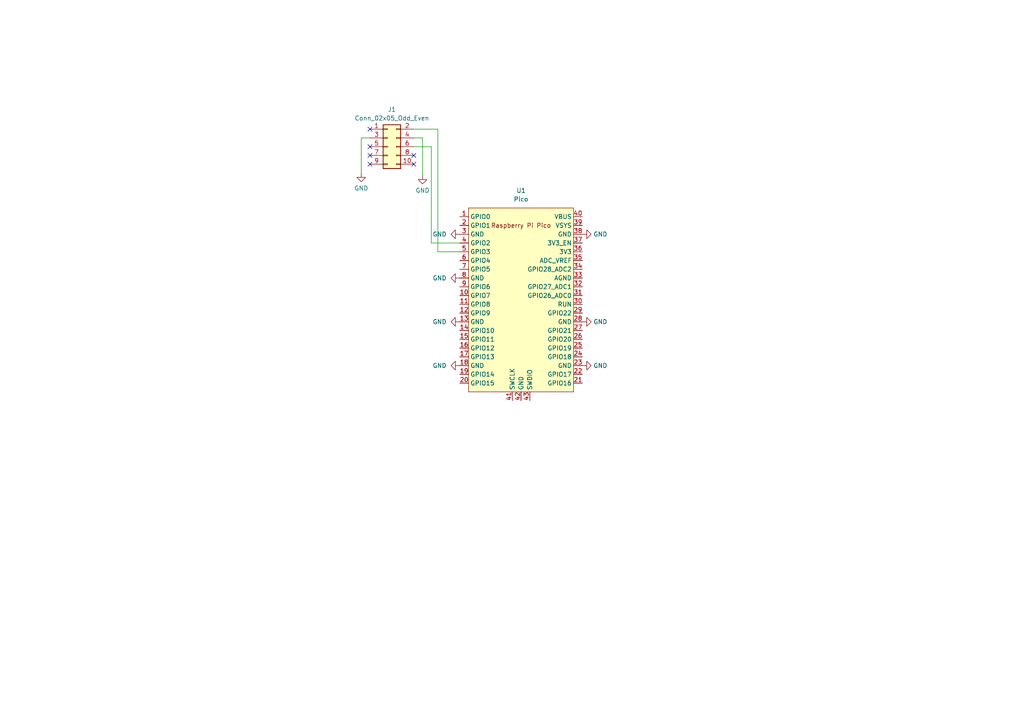
<source format=kicad_sch>
(kicad_sch (version 20230121) (generator eeschema)
  (paper "A4")
  (lib_symbols
    (symbol "Connector_Generic:Conn_02x05_Odd_Even" (pin_names (offset 1.016) hide)
      (property "Reference" "J" (at 1.27 7.62 0))
      (property "Value" "Conn_02x05_Odd_Even" (at 1.27 -7.62 0))
      (symbol "Conn_02x05_Odd_Even_1_1"
        (rectangle (start -1.27 -4.953) (end 0 -5.207) (stroke (width 0.1524)))
        (rectangle (start -1.27 -2.413) (end 0 -2.667) (stroke (width 0.1524)))
        (rectangle (start -1.27 0.127) (end 0 -0.127) (stroke (width 0.1524)))
        (rectangle (start -1.27 2.667) (end 0 2.413) (stroke (width 0.1524)))
        (rectangle (start -1.27 5.207) (end 0 4.953) (stroke (width 0.1524)))
        (rectangle (start -1.27 6.35) (end 3.81 -6.35) (stroke (width 0.254)) (fill (type background)))
        (rectangle (start 3.81 -4.953) (end 2.54 -5.207) (stroke (width 0.1524)))
        (rectangle (start 3.81 -2.413) (end 2.54 -2.667) (stroke (width 0.1524)))
        (rectangle (start 3.81 0.127) (end 2.54 -0.127) (stroke (width 0.1524)))
        (rectangle (start 3.81 2.667) (end 2.54 2.413) (stroke (width 0.1524)))
        (rectangle (start 3.81 5.207) (end 2.54 4.953) (stroke (width 0.1524)))
        (pin passive line (at -5.08 5.08 0) (length 3.81) (name "Pin_1") (number "1"))
        (pin passive line (at 7.62 -5.08 180) (length 3.81) (name "Pin_10") (number "10"))
        (pin passive line (at 7.62 5.08 180) (length 3.81) (name "Pin_2") (number "2"))
        (pin passive line (at -5.08 2.54 0) (length 3.81) (name "Pin_3") (number "3"))
        (pin passive line (at 7.62 2.54 180) (length 3.81) (name "Pin_4") (number "4"))
        (pin passive line (at -5.08 0 0) (length 3.81) (name "Pin_5") (number "5"))
        (pin passive line (at 7.62 0 180) (length 3.81) (name "Pin_6") (number "6"))
        (pin passive line (at -5.08 -2.54 0) (length 3.81) (name "Pin_7") (number "7"))
        (pin passive line (at 7.62 -2.54 180) (length 3.81) (name "Pin_8") (number "8"))
        (pin passive line (at -5.08 -5.08 0) (length 3.81) (name "Pin_9") (number "9"))
      )
    )
    (symbol "MCU_RaspberryPi_and_Boards:Pico"
      (property "Reference" "U" (at -13.97 27.94 0))
      (property "Value" "Pico" (at 0 19.05 0))
      (symbol "Pico_0_0"
        (text "Raspberry Pi Pico" (at 0 21.59 0) (effects (font (size 1.27 1.27))))
      )
      (symbol "Pico_0_1"
        (rectangle (start -15.24 26.67) (end 15.24 -26.67) (fill (type background)))
      )
      (symbol "Pico_1_1"
        (pin bidirectional line (at -17.78 24.13 0) (length 2.54) (name "GPIO0") (number "1"))
        (pin bidirectional line (at -17.78 1.27 0) (length 2.54) (name "GPIO7") (number "10"))
        (pin bidirectional line (at -17.78 -1.27 0) (length 2.54) (name "GPIO8") (number "11"))
        (pin bidirectional line (at -17.78 -3.81 0) (length 2.54) (name "GPIO9") (number "12"))
        (pin power_in line (at -17.78 -6.35 0) (length 2.54) (name "GND") (number "13"))
        (pin bidirectional line (at -17.78 -8.89 0) (length 2.54) (name "GPIO10") (number "14"))
        (pin bidirectional line (at -17.78 -11.43 0) (length 2.54) (name "GPIO11") (number "15"))
        (pin bidirectional line (at -17.78 -13.97 0) (length 2.54) (name "GPIO12") (number "16"))
        (pin bidirectional line (at -17.78 -16.51 0) (length 2.54) (name "GPIO13") (number "17"))
        (pin power_in line (at -17.78 -19.05 0) (length 2.54) (name "GND") (number "18"))
        (pin bidirectional line (at -17.78 -21.59 0) (length 2.54) (name "GPIO14") (number "19"))
        (pin bidirectional line (at -17.78 21.59 0) (length 2.54) (name "GPIO1") (number "2"))
        (pin bidirectional line (at -17.78 -24.13 0) (length 2.54) (name "GPIO15") (number "20"))
        (pin bidirectional line (at 17.78 -24.13 180) (length 2.54) (name "GPIO16") (number "21"))
        (pin bidirectional line (at 17.78 -21.59 180) (length 2.54) (name "GPIO17") (number "22"))
        (pin power_in line (at 17.78 -19.05 180) (length 2.54) (name "GND") (number "23"))
        (pin bidirectional line (at 17.78 -16.51 180) (length 2.54) (name "GPIO18") (number "24"))
        (pin bidirectional line (at 17.78 -13.97 180) (length 2.54) (name "GPIO19") (number "25"))
        (pin bidirectional line (at 17.78 -11.43 180) (length 2.54) (name "GPIO20") (number "26"))
        (pin bidirectional line (at 17.78 -8.89 180) (length 2.54) (name "GPIO21") (number "27"))
        (pin power_in line (at 17.78 -6.35 180) (length 2.54) (name "GND") (number "28"))
        (pin bidirectional line (at 17.78 -3.81 180) (length 2.54) (name "GPIO22") (number "29"))
        (pin power_in line (at -17.78 19.05 0) (length 2.54) (name "GND") (number "3"))
        (pin input line (at 17.78 -1.27 180) (length 2.54) (name "RUN") (number "30"))
        (pin bidirectional line (at 17.78 1.27 180) (length 2.54) (name "GPIO26_ADC0") (number "31"))
        (pin bidirectional line (at 17.78 3.81 180) (length 2.54) (name "GPIO27_ADC1") (number "32"))
        (pin power_in line (at 17.78 6.35 180) (length 2.54) (name "AGND") (number "33"))
        (pin bidirectional line (at 17.78 8.89 180) (length 2.54) (name "GPIO28_ADC2") (number "34"))
        (pin power_in line (at 17.78 11.43 180) (length 2.54) (name "ADC_VREF") (number "35"))
        (pin power_in line (at 17.78 13.97 180) (length 2.54) (name "3V3") (number "36"))
        (pin input line (at 17.78 16.51 180) (length 2.54) (name "3V3_EN") (number "37"))
        (pin bidirectional line (at 17.78 19.05 180) (length 2.54) (name "GND") (number "38"))
        (pin power_in line (at 17.78 21.59 180) (length 2.54) (name "VSYS") (number "39"))
        (pin bidirectional line (at -17.78 16.51 0) (length 2.54) (name "GPIO2") (number "4"))
        (pin power_in line (at 17.78 24.13 180) (length 2.54) (name "VBUS") (number "40"))
        (pin input line (at -2.54 -29.21 90) (length 2.54) (name "SWCLK") (number "41"))
        (pin power_in line (at 0 -29.21 90) (length 2.54) (name "GND") (number "42"))
        (pin bidirectional line (at 2.54 -29.21 90) (length 2.54) (name "SWDIO") (number "43"))
        (pin bidirectional line (at -17.78 13.97 0) (length 2.54) (name "GPIO3") (number "5"))
        (pin bidirectional line (at -17.78 11.43 0) (length 2.54) (name "GPIO4") (number "6"))
        (pin bidirectional line (at -17.78 8.89 0) (length 2.54) (name "GPIO5") (number "7"))
        (pin power_in line (at -17.78 6.35 0) (length 2.54) (name "GND") (number "8"))
        (pin bidirectional line (at -17.78 3.81 0) (length 2.54) (name "GPIO6") (number "9"))
      )
    )
    (symbol "power:GND" (power) (pin_names (offset 0))
      (property "Value" "GND" (at 0 -3.81 0))
      (symbol "GND_0_1"
        (polyline (pts (xy 0 0) (xy 0 -1.27) (xy 1.27 -1.27) (xy 0 -2.54) (xy -1.27 -1.27) (xy 0 -1.27)))
      )
      (symbol "GND_1_1"
        (pin power_in line (at 0 0 270) (length 0) hide (name "GND") (number "1"))
      )
    )
  )
  (no_connect (at 120.015 47.625))
  (no_connect (at 107.315 42.545))
  (no_connect (at 107.315 45.085))
  (no_connect (at 107.315 37.465))
  (no_connect (at 107.315 47.625))
  (no_connect (at 120.015 45.085))
  (wire (pts (xy 133.35 70.485) (xy 125.095 70.485)))
  (wire (pts (xy 122.555 50.8) (xy 122.555 40.005)))
  (wire (pts (xy 127 37.465) (xy 120.015 37.465)))
  (wire (pts (xy 133.35 73.025) (xy 127 73.025)))
  (wire (pts (xy 127 73.025) (xy 127 37.465)))
  (wire (pts (xy 120.015 40.005) (xy 122.555 40.005)))
  (wire (pts (xy 104.775 40.005) (xy 107.315 40.005)))
  (wire (pts (xy 125.095 70.485) (xy 125.095 42.545)))
  (wire (pts (xy 104.775 50.165) (xy 104.775 40.005)))
  (wire (pts (xy 125.095 42.545) (xy 120.015 42.545)))
  (symbol (lib_id "power:GND") (at 133.35 80.645 270) (unit 1)
    (property "Reference" "#PWR04" (effects hide))
    (property "Value" "GND" (at 129.54 80.645 90) (effects (justify right)))
  )
  (symbol (lib_id "power:GND") (at 168.91 67.945 90) (unit 1)
    (property "Reference" "#PWR09" (effects hide))
    (property "Value" "GND" (at 172.085 67.945 90) (effects (justify right)))
  )
  (symbol (lib_id "power:GND") (at 168.91 106.045 90) (unit 1)
    (property "Reference" "#PWR07" (effects hide))
    (property "Value" "GND" (at 172.085 106.045 90) (effects (justify right)))
  )
  (symbol (lib_id "MCU_RaspberryPi_and_Boards:Pico") (at 151.13 86.995 0) (unit 1)
    (property "Reference" "U1" (at 151.13 55.245 0))
    (property "Value" "Pico" (at 151.13 57.785 0))
    (property "Footprint" "MCU_RaspberryPi_and_Boards:RPi_Pico_SMD_TH" (effects hide))
  )
  (symbol (lib_id "power:GND") (at 168.91 93.345 90) (unit 1)
    (property "Reference" "#PWR08" (effects hide))
    (property "Value" "GND" (at 172.085 93.345 90) (effects (justify right)))
  )
  (symbol (lib_id "power:GND") (at 122.555 50.8 0) (unit 1)
    (property "Reference" "#PWR02" (effects hide))
    (property "Value" "GND" (at 122.555 55.245 0))
  )
  (symbol (lib_id "power:GND") (at 133.35 93.345 270) (unit 1)
    (property "Reference" "#PWR05" (effects hide))
    (property "Value" "GND" (at 129.54 93.345 90) (effects (justify right)))
  )
  (symbol (lib_id "Connector_Generic:Conn_02x05_Odd_Even") (at 112.395 42.545 0) (unit 1)
    (property "Reference" "J1" (at 113.665 31.75 0))
    (property "Value" "Conn_02x05_Odd_Even" (at 113.665 34.29 0))
    (property "Footprint" "myfootprints:2x05_1.27_CARD_CONNECTOR" (effects hide))
  )
  (symbol (lib_id "power:GND") (at 133.35 67.945 270) (unit 1)
    (property "Reference" "#PWR03" (effects hide))
    (property "Value" "GND" (at 129.54 67.945 90) (effects (justify right)))
  )
  (symbol (lib_id "power:GND") (at 104.775 50.165 0) (unit 1)
    (property "Reference" "#PWR01" (effects hide))
    (property "Value" "GND" (at 104.775 54.61 0))
  )
  (symbol (lib_id "power:GND") (at 133.35 106.045 270) (unit 1)
    (property "Reference" "#PWR06" (effects hide))
    (property "Value" "GND" (at 129.54 106.045 90) (effects (justify right)))
  )
)
</source>
